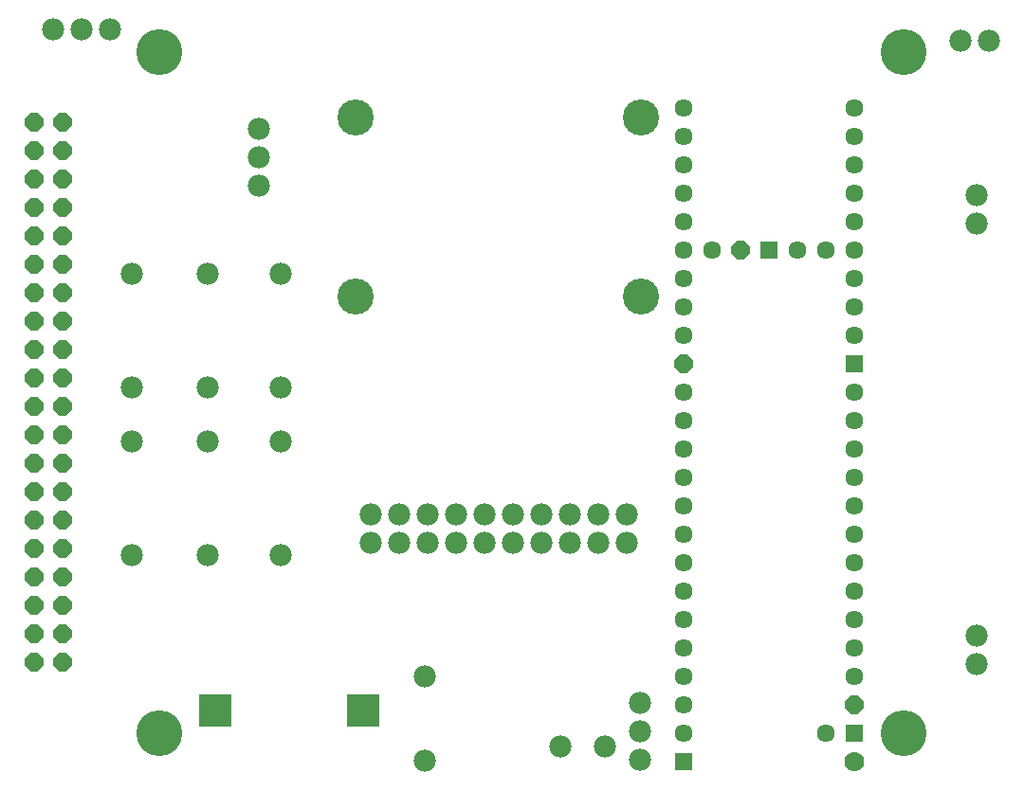
<source format=gbr>
G04 EAGLE Gerber RS-274X export*
G75*
%MOMM*%
%FSLAX34Y34*%
%LPD*%
%INSoldermask Top*%
%IPPOS*%
%AMOC8*
5,1,8,0,0,1.08239X$1,22.5*%
G01*
%ADD10C,1.981200*%
%ADD11P,1.759533X8X112.500000*%
%ADD12R,2.882900X2.882900*%
%ADD13R,1.609600X1.609600*%
%ADD14C,1.778000*%
%ADD15P,1.742215X8X22.500000*%
%ADD16C,1.609600*%
%ADD17C,4.101600*%
%ADD18C,3.217600*%


D10*
X855000Y127000D03*
X855000Y101600D03*
D11*
X13300Y103200D03*
X38700Y103200D03*
X13300Y128600D03*
X38700Y128600D03*
X13300Y154000D03*
X38700Y154000D03*
X13300Y179400D03*
X38700Y179400D03*
X13300Y204800D03*
X38700Y204800D03*
X13300Y230200D03*
X38700Y230200D03*
X13300Y255600D03*
X38700Y255600D03*
X13300Y281000D03*
X38700Y281000D03*
X13300Y306400D03*
X38700Y306400D03*
X13300Y331800D03*
X38700Y331800D03*
X13300Y357200D03*
X38700Y357200D03*
X13300Y382600D03*
X38700Y382600D03*
X13300Y408000D03*
X38700Y408000D03*
X13300Y433400D03*
X38700Y433400D03*
X13300Y458800D03*
X38700Y458800D03*
X13300Y484200D03*
X38700Y484200D03*
X13300Y509600D03*
X38700Y509600D03*
X13300Y535000D03*
X38700Y535000D03*
X13300Y560400D03*
X38700Y560400D03*
X13300Y585800D03*
X38700Y585800D03*
D12*
X174960Y60000D03*
X307040Y60000D03*
D10*
X168000Y450800D03*
X168000Y349200D03*
X100000Y450800D03*
X100000Y349200D03*
X233000Y199200D03*
X233000Y300800D03*
X100000Y300800D03*
X100000Y199200D03*
X840000Y659000D03*
X865400Y659000D03*
X214000Y529000D03*
X214000Y554400D03*
X214000Y579800D03*
X554000Y67000D03*
X554000Y41600D03*
X554000Y16200D03*
X362000Y15000D03*
X523000Y28000D03*
X483000Y28000D03*
X362000Y91000D03*
X30000Y669000D03*
X55400Y669000D03*
X80800Y669000D03*
X168000Y300800D03*
X168000Y199200D03*
X233000Y349200D03*
X233000Y450800D03*
D13*
X592800Y14200D03*
X669000Y471400D03*
X745200Y39600D03*
D14*
X745200Y14200D03*
D15*
X745200Y65000D03*
X643600Y471400D03*
D16*
X618200Y471400D03*
X694400Y471400D03*
X719800Y471400D03*
X745200Y344400D03*
X592800Y344400D03*
X592800Y39600D03*
X592800Y65000D03*
X592800Y90400D03*
X592800Y115800D03*
X592800Y141200D03*
X592800Y166600D03*
X592800Y192000D03*
X592800Y217400D03*
X592800Y242800D03*
X592800Y268200D03*
X592800Y293600D03*
X592800Y319000D03*
X719800Y39600D03*
X745200Y319000D03*
X745200Y293600D03*
X745200Y268200D03*
X745200Y242800D03*
X745200Y217400D03*
X745200Y192000D03*
X745200Y166600D03*
X745200Y141200D03*
X745200Y115800D03*
X745200Y90400D03*
D15*
X592800Y369800D03*
D16*
X592800Y420600D03*
X592800Y446000D03*
X592800Y471400D03*
X592800Y496800D03*
X592800Y522200D03*
X592800Y547600D03*
X592800Y573000D03*
X592800Y598400D03*
X745200Y395200D03*
X745200Y420600D03*
X745200Y446000D03*
X745200Y471400D03*
X745200Y496800D03*
X745200Y522200D03*
X745200Y547600D03*
X745200Y573000D03*
X745200Y598400D03*
X592800Y395200D03*
D13*
X745200Y369800D03*
D10*
X855000Y521000D03*
X855000Y495600D03*
X314000Y210000D03*
X314000Y235400D03*
X339400Y210000D03*
X339400Y235400D03*
X364800Y210000D03*
X364800Y235400D03*
X390200Y210000D03*
X390200Y235400D03*
X415600Y210000D03*
X415600Y235400D03*
X441000Y210000D03*
X441000Y235400D03*
X466400Y210000D03*
X466400Y235400D03*
X491800Y210000D03*
X491800Y235400D03*
X517200Y210000D03*
X517200Y235400D03*
X542600Y210000D03*
X542600Y235400D03*
D17*
X125000Y649000D03*
X790000Y649000D03*
X125000Y40000D03*
X790000Y40000D03*
D18*
X300000Y590000D03*
X555000Y590000D03*
X555000Y430000D03*
X300000Y430000D03*
M02*

</source>
